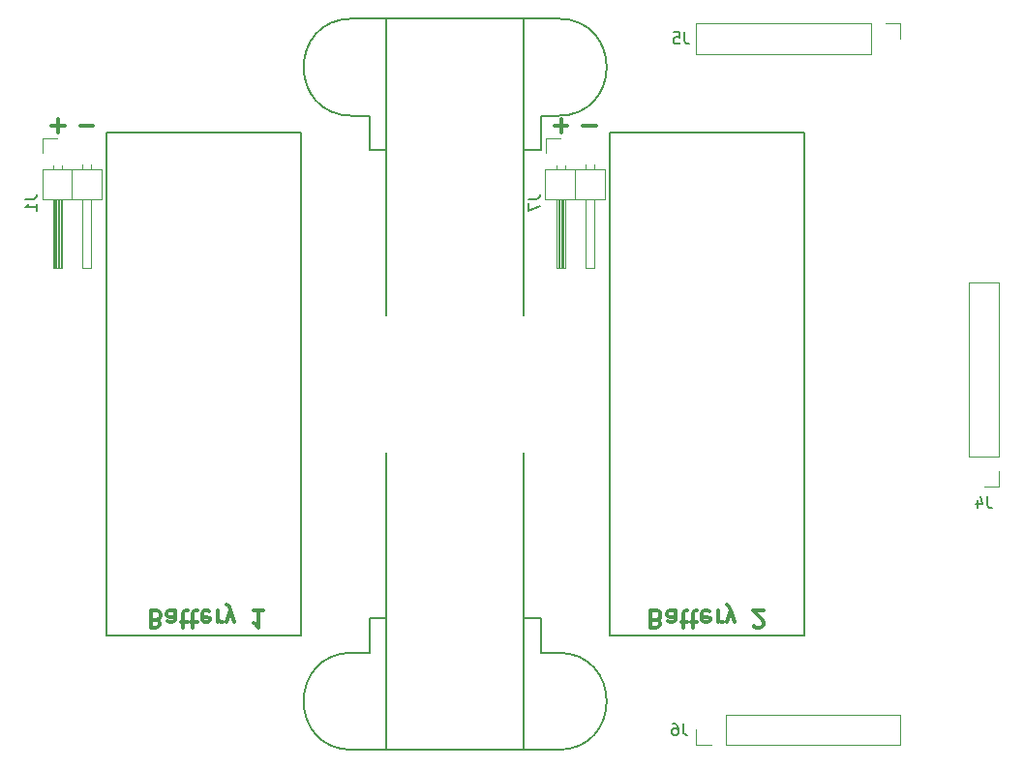
<source format=gbr>
%TF.GenerationSoftware,KiCad,Pcbnew,5.0.1*%
%TF.CreationDate,2019-02-10T21:41:56-05:00*%
%TF.ProjectId,board2,626F617264322E6B696361645F706362,rev?*%
%TF.SameCoordinates,PX5f5e100PY5f5e100*%
%TF.FileFunction,Legend,Bot*%
%TF.FilePolarity,Positive*%
%FSLAX46Y46*%
G04 Gerber Fmt 4.6, Leading zero omitted, Abs format (unit mm)*
G04 Created by KiCad (PCBNEW 5.0.1) date Sun 10 Feb 2019 09:41:56 PM EST*
%MOMM*%
%LPD*%
G01*
G04 APERTURE LIST*
%ADD10C,0.300000*%
%ADD11C,0.150000*%
%ADD12C,0.120000*%
G04 APERTURE END LIST*
D10*
X17607142Y-20607142D02*
X17821428Y-20535714D01*
X17892857Y-20464285D01*
X17964285Y-20321428D01*
X17964285Y-20107142D01*
X17892857Y-19964285D01*
X17821428Y-19892857D01*
X17678571Y-19821428D01*
X17107142Y-19821428D01*
X17107142Y-21321428D01*
X17607142Y-21321428D01*
X17750000Y-21250000D01*
X17821428Y-21178571D01*
X17892857Y-21035714D01*
X17892857Y-20892857D01*
X17821428Y-20750000D01*
X17750000Y-20678571D01*
X17607142Y-20607142D01*
X17107142Y-20607142D01*
X19250000Y-19821428D02*
X19250000Y-20607142D01*
X19178571Y-20750000D01*
X19035714Y-20821428D01*
X18750000Y-20821428D01*
X18607142Y-20750000D01*
X19250000Y-19892857D02*
X19107142Y-19821428D01*
X18750000Y-19821428D01*
X18607142Y-19892857D01*
X18535714Y-20035714D01*
X18535714Y-20178571D01*
X18607142Y-20321428D01*
X18750000Y-20392857D01*
X19107142Y-20392857D01*
X19250000Y-20464285D01*
X19750000Y-20821428D02*
X20321428Y-20821428D01*
X19964285Y-21321428D02*
X19964285Y-20035714D01*
X20035714Y-19892857D01*
X20178571Y-19821428D01*
X20321428Y-19821428D01*
X20607142Y-20821428D02*
X21178571Y-20821428D01*
X20821428Y-21321428D02*
X20821428Y-20035714D01*
X20892857Y-19892857D01*
X21035714Y-19821428D01*
X21178571Y-19821428D01*
X22250000Y-19892857D02*
X22107142Y-19821428D01*
X21821428Y-19821428D01*
X21678571Y-19892857D01*
X21607142Y-20035714D01*
X21607142Y-20607142D01*
X21678571Y-20750000D01*
X21821428Y-20821428D01*
X22107142Y-20821428D01*
X22250000Y-20750000D01*
X22321428Y-20607142D01*
X22321428Y-20464285D01*
X21607142Y-20321428D01*
X22964285Y-19821428D02*
X22964285Y-20821428D01*
X22964285Y-20535714D02*
X23035714Y-20678571D01*
X23107142Y-20750000D01*
X23250000Y-20821428D01*
X23392857Y-20821428D01*
X23750000Y-20821428D02*
X24107142Y-19821428D01*
X24464285Y-20821428D02*
X24107142Y-19821428D01*
X23964285Y-19464285D01*
X23892857Y-19392857D01*
X23750000Y-19321428D01*
X26107142Y-21178571D02*
X26178571Y-21250000D01*
X26321428Y-21321428D01*
X26678571Y-21321428D01*
X26821428Y-21250000D01*
X26892857Y-21178571D01*
X26964285Y-21035714D01*
X26964285Y-20892857D01*
X26892857Y-20678571D01*
X26035714Y-19821428D01*
X26964285Y-19821428D01*
X-26142858Y-20607142D02*
X-25928572Y-20535714D01*
X-25857143Y-20464285D01*
X-25785715Y-20321428D01*
X-25785715Y-20107142D01*
X-25857143Y-19964285D01*
X-25928572Y-19892857D01*
X-26071429Y-19821428D01*
X-26642858Y-19821428D01*
X-26642858Y-21321428D01*
X-26142858Y-21321428D01*
X-26000000Y-21250000D01*
X-25928572Y-21178571D01*
X-25857143Y-21035714D01*
X-25857143Y-20892857D01*
X-25928572Y-20750000D01*
X-26000000Y-20678571D01*
X-26142858Y-20607142D01*
X-26642858Y-20607142D01*
X-24500000Y-19821428D02*
X-24500000Y-20607142D01*
X-24571429Y-20750000D01*
X-24714286Y-20821428D01*
X-25000000Y-20821428D01*
X-25142858Y-20750000D01*
X-24500000Y-19892857D02*
X-24642858Y-19821428D01*
X-25000000Y-19821428D01*
X-25142858Y-19892857D01*
X-25214286Y-20035714D01*
X-25214286Y-20178571D01*
X-25142858Y-20321428D01*
X-25000000Y-20392857D01*
X-24642858Y-20392857D01*
X-24500000Y-20464285D01*
X-24000000Y-20821428D02*
X-23428572Y-20821428D01*
X-23785715Y-21321428D02*
X-23785715Y-20035714D01*
X-23714286Y-19892857D01*
X-23571429Y-19821428D01*
X-23428572Y-19821428D01*
X-23142858Y-20821428D02*
X-22571429Y-20821428D01*
X-22928572Y-21321428D02*
X-22928572Y-20035714D01*
X-22857143Y-19892857D01*
X-22714286Y-19821428D01*
X-22571429Y-19821428D01*
X-21500000Y-19892857D02*
X-21642858Y-19821428D01*
X-21928572Y-19821428D01*
X-22071429Y-19892857D01*
X-22142858Y-20035714D01*
X-22142858Y-20607142D01*
X-22071429Y-20750000D01*
X-21928572Y-20821428D01*
X-21642858Y-20821428D01*
X-21500000Y-20750000D01*
X-21428572Y-20607142D01*
X-21428572Y-20464285D01*
X-22142858Y-20321428D01*
X-20785715Y-19821428D02*
X-20785715Y-20821428D01*
X-20785715Y-20535714D02*
X-20714286Y-20678571D01*
X-20642858Y-20750000D01*
X-20500000Y-20821428D01*
X-20357143Y-20821428D01*
X-20000000Y-20821428D02*
X-19642858Y-19821428D01*
X-19285715Y-20821428D02*
X-19642858Y-19821428D01*
X-19785715Y-19464285D01*
X-19857143Y-19392857D01*
X-20000000Y-19321428D01*
X-16785715Y-19821428D02*
X-17642858Y-19821428D01*
X-17214286Y-19821428D02*
X-17214286Y-21321428D01*
X-17357143Y-21107142D01*
X-17500000Y-20964285D01*
X-17642858Y-20892857D01*
X12321428Y22642858D02*
X11178571Y22642858D01*
X9821428Y22642858D02*
X8678571Y22642858D01*
X9250000Y22071429D02*
X9250000Y23214286D01*
X-31678572Y22642858D02*
X-32821429Y22642858D01*
X-34178572Y22642858D02*
X-35321429Y22642858D01*
X-34750000Y22071429D02*
X-34750000Y23214286D01*
D11*
X-13500000Y22000000D02*
X-13500000Y-22000000D01*
X-30500000Y-22000000D02*
X-30500000Y22000000D01*
X-30500000Y22000000D02*
X-13500000Y22000000D01*
X-13500000Y-22000000D02*
X-30500000Y-22000000D01*
X30500000Y-22000000D02*
X13500000Y-22000000D01*
X30500000Y22000000D02*
X30500000Y-22000000D01*
X13500000Y22000000D02*
X30500000Y22000000D01*
X13500000Y-22000000D02*
X13500000Y22000000D01*
X7500000Y-23500000D02*
X9000000Y-23500000D01*
X7500000Y-20500000D02*
X7500000Y-23500000D01*
X6000000Y-20500000D02*
X7500000Y-20500000D01*
X-7500000Y-20500000D02*
X-6000000Y-20500000D01*
X-7500000Y-23500000D02*
X-7500000Y-20500000D01*
X-9000000Y-23500000D02*
X-7500000Y-23500000D01*
X-9000000Y-32000000D02*
G75*
G02X-9000000Y-23500000I0J4250000D01*
G01*
X9000000Y-23500000D02*
G75*
G02X9000000Y-32000000I0J-4250000D01*
G01*
X7500000Y20500000D02*
X6000000Y20500000D01*
X7500000Y23500000D02*
X7500000Y20500000D01*
X9000000Y23500000D02*
X7500000Y23500000D01*
X-7500000Y20500000D02*
X-6000000Y20500000D01*
X-7500000Y23500000D02*
X-7500000Y20500000D01*
X-9000000Y23500000D02*
X-7500000Y23500000D01*
X-9000000Y23500000D02*
G75*
G02X-9000000Y32000000I0J4250000D01*
G01*
X9000000Y32000000D02*
G75*
G02X9000000Y23500000I0J-4250000D01*
G01*
X6000000Y6000000D02*
X6000000Y32000000D01*
X-6000000Y32000000D02*
X-6000000Y6000000D01*
X9000000Y32000000D02*
X-9000000Y32000000D01*
X6000000Y-32000000D02*
X6000000Y-6000000D01*
X-9000000Y-32000000D02*
X9000000Y-32000000D01*
X-6000000Y-6000000D02*
X-6000000Y-32000000D01*
D12*
X-36060000Y21520000D02*
X-36060000Y20250000D01*
X-34790000Y21520000D02*
X-36060000Y21520000D01*
X-31870000Y19207071D02*
X-31870000Y18810000D01*
X-32630000Y19207071D02*
X-32630000Y18810000D01*
X-31870000Y10150000D02*
X-31870000Y16150000D01*
X-32630000Y10150000D02*
X-31870000Y10150000D01*
X-32630000Y16150000D02*
X-32630000Y10150000D01*
X-33520000Y18810000D02*
X-33520000Y16150000D01*
X-34410000Y19140000D02*
X-34410000Y18810000D01*
X-35170000Y19140000D02*
X-35170000Y18810000D01*
X-34510000Y16150000D02*
X-34510000Y10150000D01*
X-34630000Y16150000D02*
X-34630000Y10150000D01*
X-34750000Y16150000D02*
X-34750000Y10150000D01*
X-34870000Y16150000D02*
X-34870000Y10150000D01*
X-34990000Y16150000D02*
X-34990000Y10150000D01*
X-35110000Y16150000D02*
X-35110000Y10150000D01*
X-34410000Y10150000D02*
X-34410000Y16150000D01*
X-35170000Y10150000D02*
X-34410000Y10150000D01*
X-35170000Y16150000D02*
X-35170000Y10150000D01*
X-36120000Y16150000D02*
X-36120000Y18810000D01*
X-30920000Y16150000D02*
X-36120000Y16150000D01*
X-30920000Y18810000D02*
X-30920000Y16150000D01*
X-36120000Y18810000D02*
X-30920000Y18810000D01*
X7880000Y18810000D02*
X13080000Y18810000D01*
X13080000Y18810000D02*
X13080000Y16150000D01*
X13080000Y16150000D02*
X7880000Y16150000D01*
X7880000Y16150000D02*
X7880000Y18810000D01*
X8830000Y16150000D02*
X8830000Y10150000D01*
X8830000Y10150000D02*
X9590000Y10150000D01*
X9590000Y10150000D02*
X9590000Y16150000D01*
X8890000Y16150000D02*
X8890000Y10150000D01*
X9010000Y16150000D02*
X9010000Y10150000D01*
X9130000Y16150000D02*
X9130000Y10150000D01*
X9250000Y16150000D02*
X9250000Y10150000D01*
X9370000Y16150000D02*
X9370000Y10150000D01*
X9490000Y16150000D02*
X9490000Y10150000D01*
X8830000Y19140000D02*
X8830000Y18810000D01*
X9590000Y19140000D02*
X9590000Y18810000D01*
X10480000Y18810000D02*
X10480000Y16150000D01*
X11370000Y16150000D02*
X11370000Y10150000D01*
X11370000Y10150000D02*
X12130000Y10150000D01*
X12130000Y10150000D02*
X12130000Y16150000D01*
X11370000Y19207071D02*
X11370000Y18810000D01*
X12130000Y19207071D02*
X12130000Y18810000D01*
X9210000Y21520000D02*
X7940000Y21520000D01*
X7940000Y21520000D02*
X7940000Y20250000D01*
X36350000Y28920000D02*
X36350000Y31580000D01*
X36350000Y28920000D02*
X21050000Y28920000D01*
X21050000Y28920000D02*
X21050000Y31580000D01*
X36350000Y31580000D02*
X21050000Y31580000D01*
X38950000Y31580000D02*
X37620000Y31580000D01*
X38950000Y30250000D02*
X38950000Y31580000D01*
X46250000Y-8950000D02*
X47580000Y-8950000D01*
X47580000Y-8950000D02*
X47580000Y-7620000D01*
X47580000Y-6350000D02*
X47580000Y8950000D01*
X44920000Y8950000D02*
X47580000Y8950000D01*
X44920000Y-6350000D02*
X44920000Y8950000D01*
X44920000Y-6350000D02*
X47580000Y-6350000D01*
X23650000Y-28920000D02*
X23650000Y-31580000D01*
X23650000Y-28920000D02*
X38950000Y-28920000D01*
X38950000Y-28920000D02*
X38950000Y-31580000D01*
X23650000Y-31580000D02*
X38950000Y-31580000D01*
X21050000Y-31580000D02*
X22380000Y-31580000D01*
X21050000Y-30250000D02*
X21050000Y-31580000D01*
D11*
X-37607620Y16198334D02*
X-36893334Y16198334D01*
X-36750477Y16245953D01*
X-36655239Y16341191D01*
X-36607620Y16484048D01*
X-36607620Y16579286D01*
X-36607620Y15198334D02*
X-36607620Y15769762D01*
X-36607620Y15484048D02*
X-37607620Y15484048D01*
X-37464762Y15579286D01*
X-37369524Y15674524D01*
X-37321905Y15769762D01*
X6392380Y16198334D02*
X7106666Y16198334D01*
X7249523Y16245953D01*
X7344761Y16341191D01*
X7392380Y16484048D01*
X7392380Y16579286D01*
X6392380Y15817381D02*
X6392380Y15150715D01*
X7392380Y15579286D01*
X20083333Y30797620D02*
X20083333Y30083334D01*
X20130952Y29940477D01*
X20226190Y29845239D01*
X20369047Y29797620D01*
X20464285Y29797620D01*
X19130952Y30797620D02*
X19607142Y30797620D01*
X19654761Y30321429D01*
X19607142Y30369048D01*
X19511904Y30416667D01*
X19273809Y30416667D01*
X19178571Y30369048D01*
X19130952Y30321429D01*
X19083333Y30226191D01*
X19083333Y29988096D01*
X19130952Y29892858D01*
X19178571Y29845239D01*
X19273809Y29797620D01*
X19511904Y29797620D01*
X19607142Y29845239D01*
X19654761Y29892858D01*
X46583333Y-9842380D02*
X46583333Y-10556666D01*
X46630952Y-10699523D01*
X46726190Y-10794761D01*
X46869047Y-10842380D01*
X46964285Y-10842380D01*
X45678571Y-10175714D02*
X45678571Y-10842380D01*
X45916666Y-9794761D02*
X46154761Y-10509047D01*
X45535714Y-10509047D01*
X19943333Y-29702380D02*
X19943333Y-30416666D01*
X19990952Y-30559523D01*
X20086190Y-30654761D01*
X20229047Y-30702380D01*
X20324285Y-30702380D01*
X19038571Y-29702380D02*
X19229047Y-29702380D01*
X19324285Y-29750000D01*
X19371904Y-29797619D01*
X19467142Y-29940476D01*
X19514761Y-30130952D01*
X19514761Y-30511904D01*
X19467142Y-30607142D01*
X19419523Y-30654761D01*
X19324285Y-30702380D01*
X19133809Y-30702380D01*
X19038571Y-30654761D01*
X18990952Y-30607142D01*
X18943333Y-30511904D01*
X18943333Y-30273809D01*
X18990952Y-30178571D01*
X19038571Y-30130952D01*
X19133809Y-30083333D01*
X19324285Y-30083333D01*
X19419523Y-30130952D01*
X19467142Y-30178571D01*
X19514761Y-30273809D01*
M02*

</source>
